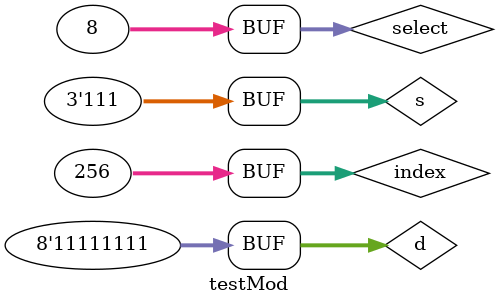
<source format=v>
/*
Quinn Lawrence Roemer
SID: 301323594
March 4 2020
*/

module decoderMod(s, o);
    input [2:0] s;
    output [0:7] o;
    wire [2:0] inv_s;

    not(inv_s[2], s[2]);
    not(inv_s[1], s[1]);
    not(inv_s[0], s[0]);

    and(o[0], inv_s[2], inv_s[1], inv_s[0]);
    and(o[1], inv_s[2], inv_s[1], s[0]);
    and(o[2], inv_s[2], s[1], inv_s[0]);
    and(o[3], inv_s[2], s[1], s[0]);
    and(o[4], s[2], inv_s[1], inv_s[0]);
    and(o[5], s[2], inv_s[1], s[0]);
    and(o[6], s[2], s[1], inv_s[0]);
    and(o[7], s[2], s[1], s[0]);
endmodule

module muxMod(s, d, o);
    input[2:0] s;
    input[0:7] d;
    output o;

    wire[0:7] s_decoded, and_out;

    decoderMod my_decoder(s, s_decoded);

    and(and_out[0], d[0], s_decoded[0]);
    and(and_out[1], d[1], s_decoded[1]);
    and(and_out[2], d[2], s_decoded[2]);
    and(and_out[3], d[3], s_decoded[3]);
    and(and_out[4], d[4], s_decoded[4]);
    and(and_out[5], d[5], s_decoded[5]);
    and(and_out[6], d[6], s_decoded[6]);
    and(and_out[7], d[7], s_decoded[7]);

    or(o, and_out[0], and_out[1], and_out[2], and_out[3], and_out[4], and_out[5], and_out[6], and_out[7]);
endmodule


module testMod;
    reg[2:0] s;
    reg[0:7] d;
    wire o;

    integer select, index;

    muxMod myMux(s, d, o);

    initial begin
        $display("Time  s..  d.......  o");
        $display("----  ---  --------  -");
        $monitor("%4d  %b  %b  %b", $time, s, d, o);
    end

    initial begin
	    for(select = 0; select < 8; select = select + 1) 
        begin
    	    for(index = 0; index < 256; index = index + 1) 
            begin
                s = select;
                d = index;
                #1;
            end
    	end
    end
endmodule
</source>
